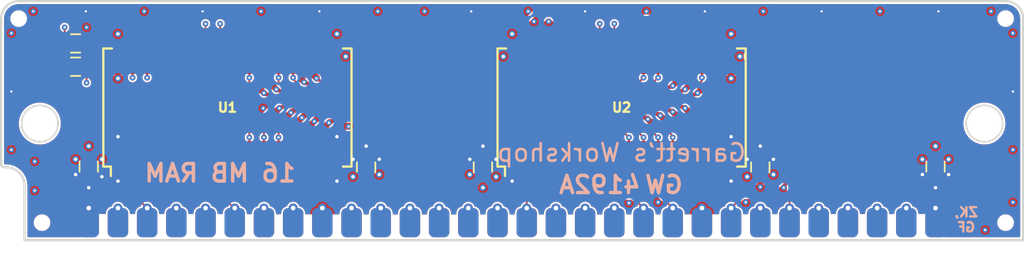
<source format=kicad_pcb>
(kicad_pcb (version 20171130) (host pcbnew "(5.1.10-1-10_14)")
  (title_block (title GW4192A) (date 2021-06-19) (rev 1.0-SOJ) (company "Garrett's Workshop"))
  (layers (0 F.Cu signal) (1 In1.Cu power) (2 In2.Cu signal) (31 B.Cu power) (34 B.Paste user) (35 F.Paste user) (36 B.SilkS user) (37 F.SilkS user) (38 B.Mask user) (39 F.Mask user) (44 Edge.Cuts user))
  (net 0 "")
  (net 1 +5V)
  (net 2 /D0)
  (net 3 /D1)
  (net 4 /~WE~)
  (net 5 /~RAS~)
  (net 6 /~CAS~)
  (net 7 /D2)
  (net 8 /D3)
  (net 9 GND)
  (net 10 /D4)
  (net 11 /D5)
  (net 12 /D6)
  (net 13 /D7)
  (net 14 /QP)
  (net 15 /~CASP~)
  (net 16 /DP)
  (net 17 /1A0)
  (net 18 /1A1)
  (net 19 /1A2)
  (net 20 /1A3)
  (net 21 /1A4)
  (net 22 /1A5)
  (net 23 /1A6)
  (net 24 /1A7)
  (net 25 /1A8)
  (net 26 /1A10)
  (net 27 /1A9)
  (net 28 "Net-(U1-Pad27)")
  (net 29 "Net-(U1-Pad24)")
  (net 30 /1A11)
  (net 31 "Net-(U2-Pad27)")
  (net 32 "Net-(U2-Pad24)")
  (net 33 /~OE~)
  (net 34 "Net-(U1-Pad29)")
  (net 35 "Net-(U1-Pad28)")
  (net 36 "Net-(U1-Pad7)")
  (net 37 "Net-(U1-Pad6)")
  (net 38 "Net-(U1-Pad5)")
  (net 39 "Net-(U1-Pad4)")
  (net 40 "Net-(U2-Pad4)")
  (net 41 "Net-(U2-Pad5)")
  (net 42 "Net-(U2-Pad6)")
  (net 43 "Net-(U2-Pad7)")
  (net 44 "Net-(U2-Pad28)")
  (net 45 "Net-(U2-Pad29)")
  (module stdpads:SIMM-30_Edge (layer F.Cu) (at 120.65 99.822)
    (fp_text reference J1)
    (fp_text value DRAM-SIMM-30)
    (pad 1 smd roundrect (at -36.83 0.254) (size 1.778 2.54) (layers B.Cu B.Mask) (net 1 +5V))
    (pad 1 smd roundrect (at -36.83 0.254) (size 1.778 2.54) (layers F.Cu F.Mask) (net 1 +5V))
    (pad 2 smd roundrect (at -34.29 0.254) (size 1.778 2.54) (layers B.Cu B.Mask) (net 6 /~CAS~))
    (pad 3 smd roundrect (at -31.75 0.254) (size 1.778 2.54) (layers B.Cu B.Mask) (net 2 /D0))
    (pad 4 smd roundrect (at -29.21 0.254) (size 1.778 2.54) (layers B.Cu B.Mask) (net 17 /1A0))
    (pad 5 smd roundrect (at -26.67 0.254) (size 1.778 2.54) (layers B.Cu B.Mask) (net 18 /1A1))
    (pad 6 smd roundrect (at -24.13 0.254) (size 1.778 2.54) (layers B.Cu B.Mask) (net 3 /D1))
    (pad 7 smd roundrect (at -21.59 0.254) (size 1.778 2.54) (layers B.Cu B.Mask) (net 19 /1A2))
    (pad 8 smd roundrect (at -19.05 0.254) (size 1.778 2.54) (layers B.Cu B.Mask) (net 30 /1A11))
    (pad 9 smd roundrect (at -16.51 0.254) (size 1.778 2.54) (layers B.Cu B.Mask) (net 9 GND))
    (pad 10 smd roundrect (at -13.97 0.254) (size 1.778 2.54) (layers B.Cu B.Mask) (net 7 /D2))
    (pad 11 smd roundrect (at -11.43 0.254) (size 1.778 2.54) (layers B.Cu B.Mask) (net 27 /1A9))
    (pad 12 smd roundrect (at -8.89 0.254) (size 1.778 2.54) (layers B.Cu B.Mask) (net 25 /1A8))
    (pad 13 smd roundrect (at -6.35 0.254) (size 1.778 2.54) (layers B.Cu B.Mask) (net 8 /D3))
    (pad 14 smd roundrect (at -3.81 0.254) (size 1.778 2.54) (layers B.Cu B.Mask) (net 23 /1A6))
    (pad 15 smd roundrect (at -1.27 0.254) (size 1.778 2.54) (layers B.Cu B.Mask) (net 24 /1A7))
    (pad 16 smd roundrect (at 1.27 0.254) (size 1.778 2.54) (layers B.Cu B.Mask) (net 10 /D4))
    (pad 17 smd roundrect (at 3.81 0.254) (size 1.778 2.54) (layers B.Cu B.Mask) (net 26 /1A10))
    (pad 18 smd roundrect (at 6.35 0.254) (size 1.778 2.54) (layers B.Cu B.Mask) (net 22 /1A5))
    (pad 19 smd roundrect (at 8.89 0.254) (size 1.778 2.54) (layers B.Cu B.Mask) (net 21 /1A4))
    (pad 20 smd roundrect (at 11.43 0.254) (size 1.778 2.54) (layers B.Cu B.Mask) (net 11 /D5))
    (pad 21 smd roundrect (at 13.97 0.254) (size 1.778 2.54) (layers B.Cu B.Mask) (net 4 /~WE~))
    (pad 22 smd roundrect (at 16.51 0.254) (size 1.778 2.54) (layers B.Cu B.Mask) (net 9 GND))
    (pad 23 smd roundrect (at 19.05 0.254) (size 1.778 2.54) (layers B.Cu B.Mask) (net 12 /D6))
    (pad 24 smd roundrect (at 21.59 0.254) (size 1.778 2.54) (layers B.Cu B.Mask) (net 20 /1A3))
    (pad 25 smd roundrect (at 24.13 0.254) (size 1.778 2.54) (layers B.Cu B.Mask) (net 13 /D7))
    (pad 26 smd roundrect (at 26.67 0.254) (size 1.778 2.54) (layers B.Cu B.Mask) (net 14 /QP))
    (pad 27 smd roundrect (at 29.21 0.254) (size 1.778 2.54) (layers B.Cu B.Mask) (net 5 /~RAS~))
    (pad 28 smd roundrect (at 31.75 0.254) (size 1.778 2.54) (layers B.Cu B.Mask) (net 15 /~CASP~))
    (pad 29 smd roundrect (at 34.29 0.254) (size 1.778 2.54) (layers B.Cu B.Mask) (net 16 /DP))
    (pad 30 smd roundrect (at 36.83 0.254) (size 1.778 2.54) (layers B.Cu B.Mask) (net 1 +5V))
    (pad 2 smd roundrect (at -34.29 0.254) (size 1.778 2.54) (layers F.Cu F.Mask) (net 6 /~CAS~))
    (pad 3 thru_hole circle (at -31.75 -1.016) (size 0.8 0.8) (drill 0.4) (layers *.Cu *.Mask) (net 2 /D0))
    (pad 11 smd roundrect (at -11.43 0.254) (size 1.778 2.54) (layers F.Cu F.Mask) (net 27 /1A9))
    (pad 5 smd roundrect (at -26.67 0.254) (size 1.778 2.54) (layers F.Cu F.Mask) (net 18 /1A1))
    (pad 12 smd roundrect (at -8.89 0.254) (size 1.778 2.54) (layers F.Cu F.Mask) (net 25 /1A8))
    (pad 26 smd roundrect (at 26.67 0.254) (size 1.778 2.54) (layers F.Cu F.Mask) (net 14 /QP))
    (pad 13 smd roundrect (at -6.35 0.254) (size 1.778 2.54) (layers F.Cu F.Mask) (net 8 /D3))
    (pad 14 smd roundrect (at -3.81 0.254) (size 1.778 2.54) (layers F.Cu F.Mask) (net 23 /1A6))
    (pad 4 smd roundrect (at -29.21 0.254) (size 1.778 2.54) (layers F.Cu F.Mask) (net 17 /1A0))
    (pad 29 smd roundrect (at 34.29 0.254) (size 1.778 2.54) (layers F.Cu F.Mask) (net 16 /DP))
    (pad 3 smd roundrect (at -31.75 0.254) (size 1.778 2.54) (layers F.Cu F.Mask) (net 2 /D0))
    (pad 24 smd roundrect (at 21.59 0.254) (size 1.778 2.54) (layers F.Cu F.Mask) (net 20 /1A3))
    (pad 16 smd roundrect (at 1.27 0.254) (size 1.778 2.54) (layers F.Cu F.Mask) (net 10 /D4))
    (pad 20 smd roundrect (at 11.43 0.254) (size 1.778 2.54) (layers F.Cu F.Mask) (net 11 /D5))
    (pad 23 smd roundrect (at 19.05 0.254) (size 1.778 2.54) (layers F.Cu F.Mask) (net 12 /D6))
    (pad 9 smd roundrect (at -16.51 0.254) (size 1.778 2.54) (layers F.Cu F.Mask) (net 9 GND))
    (pad 18 smd roundrect (at 6.35 0.254) (size 1.778 2.54) (layers F.Cu F.Mask) (net 22 /1A5))
    (pad 21 smd roundrect (at 13.97 0.254) (size 1.778 2.54) (layers F.Cu F.Mask) (net 4 /~WE~))
    (pad 19 smd roundrect (at 8.89 0.254) (size 1.778 2.54) (layers F.Cu F.Mask) (net 21 /1A4))
    (pad 10 smd roundrect (at -13.97 0.254) (size 1.778 2.54) (layers F.Cu F.Mask) (net 7 /D2))
    (pad 22 smd roundrect (at 16.51 0.254) (size 1.778 2.54) (layers F.Cu F.Mask) (net 9 GND))
    (pad 6 smd roundrect (at -24.13 0.254) (size 1.778 2.54) (layers F.Cu F.Mask) (net 3 /D1))
    (pad 17 smd roundrect (at 3.81 0.254) (size 1.778 2.54) (layers F.Cu F.Mask) (net 26 /1A10))
    (pad 7 smd roundrect (at -21.59 0.254) (size 1.778 2.54) (layers F.Cu F.Mask) (net 19 /1A2))
    (pad 8 smd roundrect (at -19.05 0.254) (size 1.778 2.54) (layers F.Cu F.Mask) (net 30 /1A11))
    (pad 27 smd roundrect (at 29.21 0.254) (size 1.778 2.54) (layers F.Cu F.Mask) (net 5 /~RAS~))
    (pad 28 smd roundrect (at 31.75 0.254) (size 1.778 2.54) (layers F.Cu F.Mask) (net 15 /~CASP~))
    (pad 30 smd roundrect (at 36.83 0.254) (size 1.778 2.54) (layers F.Cu F.Mask) (net 1 +5V))
    (pad 15 smd roundrect (at -1.27 0.254) (size 1.778 2.54) (layers F.Cu F.Mask) (net 24 /1A7))
    (pad 25 smd roundrect (at 24.13 0.254) (size 1.778 2.54) (layers F.Cu F.Mask) (net 13 /D7))
    (pad 2 thru_hole circle (at -34.29 -1.016) (size 0.8 0.8) (drill 0.4) (layers *.Cu *.Mask) (net 6 /~CAS~))
    (pad 1 thru_hole circle (at -36.83 -1.016) (size 0.8 0.8) (drill 0.4) (layers *.Cu *.Mask) (net 1 +5V))
    (pad 5 thru_hole circle (at -26.67 -1.016) (size 0.8 0.8) (drill 0.4) (layers *.Cu *.Mask) (net 18 /1A1))
    (pad 4 thru_hole circle (at -29.21 -1.016) (size 0.8 0.8) (drill 0.4) (layers *.Cu *.Mask) (net 17 /1A0))
    (pad 6 thru_hole circle (at -24.13 -1.016) (size 0.8 0.8) (drill 0.4) (layers *.Cu *.Mask) (net 3 /D1))
    (pad 7 thru_hole circle (at -21.59 -1.016) (size 0.8 0.8) (drill 0.4) (layers *.Cu *.Mask) (net 19 /1A2))
    (pad 9 thru_hole circle (at -16.51 -1.016) (size 0.8 0.8) (drill 0.4) (layers *.Cu *.Mask) (net 9 GND))
    (pad 8 thru_hole circle (at -19.05 -1.016) (size 0.8 0.8) (drill 0.4) (layers *.Cu *.Mask) (net 30 /1A11))
    (pad 11 thru_hole circle (at -11.43 -1.016) (size 0.8 0.8) (drill 0.4) (layers *.Cu *.Mask) (net 27 /1A9))
    (pad 10 thru_hole circle (at -13.97 -1.016) (size 0.8 0.8) (drill 0.4) (layers *.Cu *.Mask) (net 7 /D2))
    (pad 12 thru_hole circle (at -8.89 -1.016) (size 0.8 0.8) (drill 0.4) (layers *.Cu *.Mask) (net 25 /1A8))
    (pad 14 thru_hole circle (at -3.81 -1.016) (size 0.8 0.8) (drill 0.4) (layers *.Cu *.Mask) (net 23 /1A6))
    (pad 13 thru_hole circle (at -6.35 -1.016) (size 0.8 0.8) (drill 0.4) (layers *.Cu *.Mask) (net 8 /D3))
    (pad 15 thru_hole circle (at -1.27 -1.016) (size 0.8 0.8) (drill 0.4) (layers *.Cu *.Mask) (net 24 /1A7))
    (pad 17 thru_hole circle (at 3.81 -1.016) (size 0.8 0.8) (drill 0.4) (layers *.Cu *.Mask) (net 26 /1A10))
    (pad 16 thru_hole circle (at 1.27 -1.016) (size 0.8 0.8) (drill 0.4) (layers *.Cu *.Mask) (net 10 /D4))
    (pad 18 thru_hole circle (at 6.35 -1.016) (size 0.8 0.8) (drill 0.4) (layers *.Cu *.Mask) (net 22 /1A5))
    (pad 27 thru_hole circle (at 29.21 -1.016) (size 0.8 0.8) (drill 0.4) (layers *.Cu *.Mask) (net 5 /~RAS~))
    (pad 26 thru_hole circle (at 26.67 -1.016) (size 0.8 0.8) (drill 0.4) (layers *.Cu *.Mask) (net 14 /QP))
    (pad 28 thru_hole circle (at 31.75 -1.016) (size 0.8 0.8) (drill 0.4) (layers *.Cu *.Mask) (net 15 /~CASP~))
    (pad 21 thru_hole circle (at 13.97 -1.016) (size 0.8 0.8) (drill 0.4) (layers *.Cu *.Mask) (net 4 /~WE~))
    (pad 20 thru_hole circle (at 11.43 -1.016) (size 0.8 0.8) (drill 0.4) (layers *.Cu *.Mask) (net 11 /D5))
    (pad 22 thru_hole circle (at 16.51 -1.016) (size 0.8 0.8) (drill 0.4) (layers *.Cu *.Mask) (net 9 GND))
    (pad 24 thru_hole circle (at 21.59 -1.016) (size 0.8 0.8) (drill 0.4) (layers *.Cu *.Mask) (net 20 /1A3))
    (pad 23 thru_hole circle (at 19.05 -1.016) (size 0.8 0.8) (drill 0.4) (layers *.Cu *.Mask) (net 12 /D6))
    (pad 25 thru_hole circle (at 24.13 -1.016) (size 0.8 0.8) (drill 0.4) (layers *.Cu *.Mask) (net 13 /D7))
    (pad 19 thru_hole circle (at 8.89 -1.016) (size 0.8 0.8) (drill 0.4) (layers *.Cu *.Mask) (net 21 /1A4))
    (pad 29 thru_hole circle (at 34.29 -1.016) (size 0.8 0.8) (drill 0.4) (layers *.Cu *.Mask) (net 16 /DP))
    (pad 30 thru_hole circle (at 36.83 -1.016) (size 0.8 0.8) (drill 0.4) (layers *.Cu *.Mask) (net 1 +5V))
  )
  (module stdpads:PasteHole_1.152mm_NPTH (layer F.Cu) (at 163.576 100.076)
    (fp_text reference H3)
    (fp_text value MountingHole hide)
    (pad "" np_thru_hole circle (at 0 0) (size 1.152 1.152) (drill 1.152) (layers *.Cu *.Mask))
  )
  (module stdpads:PasteHole_1.152mm_NPTH (layer F.Cu) (at 79.756 100.076)
    (fp_text reference H4)
    (fp_text value MountingHole hide)
    (pad "" np_thru_hole circle (at 0 0) (size 1.152 1.152) (drill 1.152) (layers *.Cu *.Mask))
  )
  (module stdpads:PasteHole_1.152mm_NPTH (layer F.Cu) (at 163.576 82.296)
    (fp_text reference H2)
    (fp_text value MountingHole hide)
    (pad "" np_thru_hole circle (at 0 0) (size 1.152 1.152) (drill 1.152) (layers *.Cu *.Mask))
  )
  (module stdpads:C_0805 (layer F.Cu) (at 118.11 95.2255 270)
    (fp_text reference C3)
    (fp_text value 2u2)
    (pad 2 smd roundrect (at 0.85 0 270) (size 1.05 1.4) (layers F.Cu F.Paste F.Mask) (net 9 GND))
    (pad 1 smd roundrect (at -0.85 0 270) (size 1.05 1.4) (layers F.Cu F.Paste F.Mask) (net 1 +5V))
  )
  (module stdpads:C_0805 (layer F.Cu) (at 107.95 95.2255 270)
    (fp_text reference C2)
    (fp_text value 2u2)
    (pad 1 smd roundrect (at -0.85 0 270) (size 1.05 1.4) (layers F.Cu F.Paste F.Mask) (net 1 +5V))
    (pad 2 smd roundrect (at 0.85 0 270) (size 1.05 1.4) (layers F.Cu F.Paste F.Mask) (net 9 GND))
  )
  (module stdpads:C_0805 (layer F.Cu) (at 142.24 95.2255 270)
    (fp_text reference C4)
    (fp_text value 2u2)
    (pad 1 smd roundrect (at -0.85 0 270) (size 1.05 1.4) (layers F.Cu F.Paste F.Mask) (net 1 +5V))
    (pad 2 smd roundrect (at 0.85 0 270) (size 1.05 1.4) (layers F.Cu F.Paste F.Mask) (net 9 GND))
  )
  (module stdpads:C_0805 (layer F.Cu) (at 83.82 95.2255 90)
    (fp_text reference C1)
    (fp_text value 2u2)
    (pad 2 smd roundrect (at 0.85 0 90) (size 1.05 1.4) (layers F.Cu F.Paste F.Mask) (net 9 GND))
    (pad 1 smd roundrect (at -0.85 0 90) (size 1.05 1.4) (layers F.Cu F.Paste F.Mask) (net 1 +5V))
  )
  (module stdpads:C_0805 (layer F.Cu) (at 157.48 95.2255 90)
    (fp_text reference C5)
    (fp_text value 2u2)
    (pad 1 smd roundrect (at -0.85 0 90) (size 1.05 1.4) (layers F.Cu F.Paste F.Mask) (net 1 +5V))
    (pad 2 smd roundrect (at 0.85 0 90) (size 1.05 1.4) (layers F.Cu F.Paste F.Mask) (net 9 GND))
  )
  (module stdpads:R_0805 (layer F.Cu) (at 82.677 86.487 180)
    (fp_text reference R1)
    (fp_text value EDO)
    (pad 2 smd roundrect (at 0.95 0 180) (size 0.85 1.4) (layers F.Cu F.Paste F.Mask) (net 33 /~OE~))
    (pad 1 smd roundrect (at -0.95 0 180) (size 0.85 1.4) (layers F.Cu F.Paste F.Mask) (net 6 /~CAS~))
  )
  (module stdpads:R_0805 (layer F.Cu) (at 82.677 84.455)
    (fp_text reference R2)
    (fp_text value FPM)
    (pad 1 smd roundrect (at -0.95 0) (size 0.85 1.4) (layers F.Cu F.Paste F.Mask) (net 33 /~OE~))
    (pad 2 smd roundrect (at 0.95 0) (size 0.85 1.4) (layers F.Cu F.Paste F.Mask) (net 9 GND))
  )
  (module stdpads:PasteHole_1.152mm_NPTH (layer F.Cu) (at 77.724 82.296)
    (fp_text reference H1)
    (fp_text value MountingHole hide)
    (pad "" np_thru_hole circle (at 0 0) (size 1.152 1.152) (drill 1.152) (layers *.Cu *.Mask))
  )
  (module stdpads:SOJ-32_400mil (layer F.Cu) (at 95.885 90.043 90)
    (fp_text reference U1)
    (fp_text value KM44C16104)
    (fp_text user %R (at 0 0) (layer F.SilkS) (effects (font (size 0.8128 0.8128) (thickness 0.2032))))
    (pad 32 smd roundrect (at 4.445 -9.525 90) (size 3.048 0.6) (layers F.Cu F.Paste F.Mask) (net 9 GND))
    (pad 31 smd roundrect (at 4.445 -8.255 90) (size 3.048 0.6) (layers F.Cu F.Paste F.Mask) (net 8 /D3))
    (pad 30 smd roundrect (at 4.445 -6.985 90) (size 3.048 0.6) (layers F.Cu F.Paste F.Mask) (net 7 /D2))
    (pad 29 smd roundrect (at 4.445 -5.715 90) (size 3.048 0.6) (layers F.Cu F.Paste F.Mask) (net 34 "Net-(U1-Pad29)"))
    (pad 20 smd roundrect (at 4.445 5.715 270) (size 3.048 0.6) (layers F.Cu F.Paste F.Mask) (net 25 /1A8))
    (pad 19 smd roundrect (at 4.445 6.985 270) (size 3.048 0.6) (layers F.Cu F.Paste F.Mask) (net 24 /1A7))
    (pad 18 smd roundrect (at 4.445 8.255 270) (size 3.048 0.6) (layers F.Cu F.Paste F.Mask) (net 23 /1A6))
    (pad 17 smd roundrect (at 4.445 9.525 270) (size 3.048 0.6) (layers F.Cu F.Paste F.Mask) (net 9 GND))
    (pad 16 smd roundrect (at -4.445 9.525 90) (size 3.048 0.6) (layers F.Cu F.Paste F.Mask) (net 1 +5V))
    (pad 15 smd roundrect (at -4.445 8.255 90) (size 3.048 0.6) (layers F.Cu F.Paste F.Mask) (net 22 /1A5))
    (pad 7 smd roundrect (at -4.445 -1.905 90) (size 3.048 0.6) (layers F.Cu F.Paste F.Mask) (net 36 "Net-(U1-Pad7)"))
    (pad 26 smd roundrect (at 4.445 -1.905 90) (size 3.048 0.6) (layers F.Cu F.Paste F.Mask) (net 6 /~CAS~))
    (pad 25 smd roundrect (at 4.445 -0.635 90) (size 3.048 0.6) (layers F.Cu F.Paste F.Mask) (net 33 /~OE~))
    (pad 24 smd roundrect (at 4.445 0.635 90) (size 3.048 0.6) (layers F.Cu F.Paste F.Mask) (net 29 "Net-(U1-Pad24)"))
    (pad 23 smd roundrect (at 4.445 1.905 90) (size 3.048 0.6) (layers F.Cu F.Paste F.Mask) (net 30 /1A11))
    (pad 22 smd roundrect (at 4.445 3.175 90) (size 3.048 0.6) (layers F.Cu F.Paste F.Mask) (net 26 /1A10))
    (pad 13 smd roundrect (at -4.445 5.715 90) (size 3.048 0.6) (layers F.Cu F.Paste F.Mask) (net 20 /1A3))
    (pad 12 smd roundrect (at -4.445 4.445 90) (size 3.048 0.6) (layers F.Cu F.Paste F.Mask) (net 19 /1A2))
    (pad 11 smd roundrect (at -4.445 3.175 90) (size 3.048 0.6) (layers F.Cu F.Paste F.Mask) (net 18 /1A1))
    (pad 10 smd roundrect (at -4.445 1.905 90) (size 3.048 0.6) (layers F.Cu F.Paste F.Mask) (net 17 /1A0))
    (pad 9 smd roundrect (at -4.445 0.635 90) (size 3.048 0.6) (layers F.Cu F.Paste F.Mask) (net 5 /~RAS~))
    (pad 5 smd roundrect (at -4.445 -4.445 90) (size 3.048 0.6) (layers F.Cu F.Paste F.Mask) (net 38 "Net-(U1-Pad5)"))
    (pad 4 smd roundrect (at -4.445 -5.715 90) (size 3.048 0.6) (layers F.Cu F.Paste F.Mask) (net 39 "Net-(U1-Pad4)"))
    (pad 3 smd roundrect (at -4.445 -6.985 90) (size 3.048 0.6) (layers F.Cu F.Paste F.Mask) (net 3 /D1))
    (pad 2 smd roundrect (at -4.445 -8.255 90) (size 3.048 0.6) (layers F.Cu F.Paste F.Mask) (net 2 /D0))
    (pad 1 smd roundrect (at -4.445 -9.525 90) (size 3.048 0.6) (layers F.Cu F.Paste F.Mask) (net 1 +5V))
    (pad 21 smd roundrect (at 4.445 4.445 90) (size 3.048 0.6) (layers F.Cu F.Paste F.Mask) (net 27 /1A9))
    (pad 6 smd roundrect (at -4.445 -3.175 90) (size 3.048 0.6) (layers F.Cu F.Paste F.Mask) (net 37 "Net-(U1-Pad6)"))
    (pad 8 smd roundrect (at -4.445 -0.635 90) (size 3.048 0.6) (layers F.Cu F.Paste F.Mask) (net 4 /~WE~))
    (pad 14 smd roundrect (at -4.445 6.985 90) (size 3.048 0.6) (layers F.Cu F.Paste F.Mask) (net 21 /1A4))
    (pad 27 smd roundrect (at 4.445 -3.175 90) (size 3.048 0.6) (layers F.Cu F.Paste F.Mask) (net 28 "Net-(U1-Pad27)"))
    (pad 28 smd roundrect (at 4.445 -4.445 90) (size 3.048 0.6) (layers F.Cu F.Paste F.Mask) (net 35 "Net-(U1-Pad28)"))
  )
  (module stdpads:SOJ-32_400mil (layer F.Cu) (at 130.175 90.043 90)
    (fp_text reference U2)
    (fp_text value KM44C16104)
    (fp_text user %R (at 0 0) (layer F.SilkS) (effects (font (size 0.8128 0.8128) (thickness 0.2032))))
    (pad 28 smd roundrect (at 4.445 -4.445 90) (size 3.048 0.6) (layers F.Cu F.Paste F.Mask) (net 44 "Net-(U2-Pad28)"))
    (pad 27 smd roundrect (at 4.445 -3.175 90) (size 3.048 0.6) (layers F.Cu F.Paste F.Mask) (net 31 "Net-(U2-Pad27)"))
    (pad 14 smd roundrect (at -4.445 6.985 90) (size 3.048 0.6) (layers F.Cu F.Paste F.Mask) (net 18 /1A1))
    (pad 8 smd roundrect (at -4.445 -0.635 90) (size 3.048 0.6) (layers F.Cu F.Paste F.Mask) (net 4 /~WE~))
    (pad 6 smd roundrect (at -4.445 -3.175 90) (size 3.048 0.6) (layers F.Cu F.Paste F.Mask) (net 42 "Net-(U2-Pad6)"))
    (pad 21 smd roundrect (at 4.445 4.445 90) (size 3.048 0.6) (layers F.Cu F.Paste F.Mask) (net 25 /1A8))
    (pad 1 smd roundrect (at -4.445 -9.525 90) (size 3.048 0.6) (layers F.Cu F.Paste F.Mask) (net 1 +5V))
    (pad 2 smd roundrect (at -4.445 -8.255 90) (size 3.048 0.6) (layers F.Cu F.Paste F.Mask) (net 10 /D4))
    (pad 3 smd roundrect (at -4.445 -6.985 90) (size 3.048 0.6) (layers F.Cu F.Paste F.Mask) (net 11 /D5))
    (pad 4 smd roundrect (at -4.445 -5.715 90) (size 3.048 0.6) (layers F.Cu F.Paste F.Mask) (net 40 "Net-(U2-Pad4)"))
    (pad 5 smd roundrect (at -4.445 -4.445 90) (size 3.048 0.6) (layers F.Cu F.Paste F.Mask) (net 41 "Net-(U2-Pad5)"))
    (pad 9 smd roundrect (at -4.445 0.635 90) (size 3.048 0.6) (layers F.Cu F.Paste F.Mask) (net 5 /~RAS~))
    (pad 10 smd roundrect (at -4.445 1.905 90) (size 3.048 0.6) (layers F.Cu F.Paste F.Mask) (net 22 /1A5))
    (pad 11 smd roundrect (at -4.445 3.175 90) (size 3.048 0.6) (layers F.Cu F.Paste F.Mask) (net 21 /1A4))
    (pad 12 smd roundrect (at -4.445 4.445 90) (size 3.048 0.6) (layers F.Cu F.Paste F.Mask) (net 20 /1A3))
    (pad 13 smd roundrect (at -4.445 5.715 90) (size 3.048 0.6) (layers F.Cu F.Paste F.Mask) (net 19 /1A2))
    (pad 22 smd roundrect (at 4.445 3.175 90) (size 3.048 0.6) (layers F.Cu F.Paste F.Mask) (net 24 /1A7))
    (pad 23 smd roundrect (at 4.445 1.905 90) (size 3.048 0.6) (layers F.Cu F.Paste F.Mask) (net 23 /1A6))
    (pad 24 smd roundrect (at 4.445 0.635 90) (size 3.048 0.6) (layers F.Cu F.Paste F.Mask) (net 32 "Net-(U2-Pad24)"))
    (pad 25 smd roundrect (at 4.445 -0.635 90) (size 3.048 0.6) (layers F.Cu F.Paste F.Mask) (net 33 /~OE~))
    (pad 26 smd roundrect (at 4.445 -1.905 90) (size 3.048 0.6) (layers F.Cu F.Paste F.Mask) (net 6 /~CAS~))
    (pad 7 smd roundrect (at -4.445 -1.905 90) (size 3.048 0.6) (layers F.Cu F.Paste F.Mask) (net 43 "Net-(U2-Pad7)"))
    (pad 15 smd roundrect (at -4.445 8.255 90) (size 3.048 0.6) (layers F.Cu F.Paste F.Mask) (net 17 /1A0))
    (pad 16 smd roundrect (at -4.445 9.525 90) (size 3.048 0.6) (layers F.Cu F.Paste F.Mask) (net 1 +5V))
    (pad 17 smd roundrect (at 4.445 9.525 270) (size 3.048 0.6) (layers F.Cu F.Paste F.Mask) (net 9 GND))
    (pad 18 smd roundrect (at 4.445 8.255 270) (size 3.048 0.6) (layers F.Cu F.Paste F.Mask) (net 30 /1A11))
    (pad 19 smd roundrect (at 4.445 6.985 270) (size 3.048 0.6) (layers F.Cu F.Paste F.Mask) (net 26 /1A10))
    (pad 20 smd roundrect (at 4.445 5.715 270) (size 3.048 0.6) (layers F.Cu F.Paste F.Mask) (net 27 /1A9))
    (pad 29 smd roundrect (at 4.445 -5.715 90) (size 3.048 0.6) (layers F.Cu F.Paste F.Mask) (net 45 "Net-(U2-Pad29)"))
    (pad 30 smd roundrect (at 4.445 -6.985 90) (size 3.048 0.6) (layers F.Cu F.Paste F.Mask) (net 12 /D6))
    (pad 31 smd roundrect (at 4.445 -8.255 90) (size 3.048 0.6) (layers F.Cu F.Paste F.Mask) (net 13 /D7))
    (pad 32 smd roundrect (at 4.445 -9.525 90) (size 3.048 0.6) (layers F.Cu F.Paste F.Mask) (net 9 GND))
  )
  (gr_text "ZK,\nGF" (at 160.147 99.822) (layer B.SilkS) (effects (font (size 0.8128 0.8128) (thickness 0.2032)) (justify mirror)))
  (gr_arc (start 76.6445 96.8375) (end 78.232 96.8375) (angle -90) (layer Edge.Cuts) (width 0.2))
  (gr_line (start 78.232 101.6) (end 78.232 96.8375) (layer Edge.Cuts) (width 0.2))
  (gr_line (start 76.6445 95.25) (end 76.454 95.25) (layer Edge.Cuts) (width 0.2))
  (gr_arc (start 76.454 94.996) (end 76.2 94.996) (angle -90) (layer Edge.Cuts) (width 0.2))
  (gr_text "16 MB RAM" (at 95.25 95.758) (layer B.SilkS) (effects (font (size 1.524 1.524) (thickness 0.3)) (justify mirror)))
  (gr_text "Garrett’s Workshop" (at 130.175 93.98) (layer B.SilkS) (effects (font (size 1.524 1.524) (thickness 0.225)) (justify mirror)))
  (gr_text 4192A (at 128.27 96.774) (layer B.SilkS) (effects (font (size 1.5 1.5) (thickness 0.3)) (justify mirror)))
  (gr_text GW (at 133.858 96.774) (layer B.SilkS) (effects (font (size 1.5 1.5) (thickness 0.3)) (justify mirror)))
  (gr_arc (start 77.724 82.296) (end 77.724 80.772) (angle -90) (layer Edge.Cuts) (width 0.2))
  (gr_arc (start 163.576 82.296) (end 165.1 82.296) (angle -90) (layer Edge.Cuts) (width 0.2))
  (gr_circle (center 79.5655 91.44) (end 77.978 91.44) (layer Edge.Cuts) (width 0.15))
  (gr_circle (center 161.7345 91.44) (end 163.322 91.44) (layer Edge.Cuts) (width 0.15))
  (gr_line (start 76.2 94.996) (end 76.2 82.296) (layer Edge.Cuts) (width 0.2))
  (gr_line (start 165.1 82.296) (end 165.1 101.6) (layer Edge.Cuts) (width 0.2))
  (gr_line (start 77.724 80.772) (end 163.576 80.772) (layer Edge.Cuts) (width 0.2))
  (gr_line (start 165.1 101.6) (end 78.232 101.6) (layer Edge.Cuts) (width 0.2))
  (via (at 83.82 97.028) (size 0.6) (drill 0.3) (layers F.Cu B.Cu) (net 1))
  (segment (start 83.82 96.0755) (end 83.82 97.028) (width 0.6) (layer F.Cu) (net 1))
  (via (at 82.677 95.885) (size 0.6) (drill 0.3) (layers F.Cu B.Cu) (net 1))
  (segment (start 82.8675 96.0755) (end 82.677 95.885) (width 0.6) (layer F.Cu) (net 1))
  (segment (start 83.82 96.0755) (end 82.8675 96.0755) (width 0.6) (layer F.Cu) (net 1))
  (via (at 156.337 95.885) (size 0.6) (drill 0.3) (layers F.Cu B.Cu) (net 1))
  (segment (start 156.5275 96.0755) (end 156.337 95.885) (width 0.6) (layer F.Cu) (net 1))
  (segment (start 157.48 96.0755) (end 156.5275 96.0755) (width 0.6) (layer F.Cu) (net 1))
  (via (at 158.623 95.885) (size 0.6) (drill 0.3) (layers F.Cu B.Cu) (net 1))
  (segment (start 158.4325 96.0755) (end 158.623 95.885) (width 0.6) (layer F.Cu) (net 1))
  (segment (start 157.48 96.0755) (end 158.4325 96.0755) (width 0.6) (layer F.Cu) (net 1))
  (via (at 157.48 97.028) (size 0.6) (drill 0.3) (layers F.Cu B.Cu) (net 1))
  (segment (start 157.48 96.0755) (end 157.48 97.028) (width 0.6) (layer F.Cu) (net 1))
  (segment (start 83.82 97.028) (end 83.82 98.806) (width 0.6) (layer F.Cu) (net 1))
  (via (at 77.089 88.646) (size 0.508) (drill 0.2) (layers F.Cu B.Cu) (net 1))
  (via (at 164.211 88.646) (size 0.508) (drill 0.2) (layers F.Cu B.Cu) (net 1))
  (via (at 157.734 81.661) (size 0.508) (drill 0.2) (layers F.Cu B.Cu) (net 1))
  (via (at 147.574 81.661) (size 0.508) (drill 0.2) (layers F.Cu B.Cu) (net 1))
  (via (at 137.414 81.661) (size 0.508) (drill 0.2) (layers F.Cu B.Cu) (net 1))
  (via (at 127 81.661) (size 0.508) (drill 0.2) (layers F.Cu B.Cu) (net 1))
  (via (at 117.094 81.661) (size 0.508) (drill 0.2) (layers F.Cu B.Cu) (net 1))
  (via (at 83.566 81.661) (size 0.508) (drill 0.2) (layers F.Cu B.Cu) (net 1))
  (via (at 93.726 81.661) (size 0.508) (drill 0.2) (layers F.Cu B.Cu) (net 1))
  (via (at 103.886 81.661) (size 0.508) (drill 0.2) (layers F.Cu B.Cu) (net 1))
  (via (at 105.41 96.4565) (size 0.6) (drill 0.3) (layers F.Cu B.Cu) (net 1))
  (segment (start 105.41 94.513) (end 105.41 96.4565) (width 0.6) (layer F.Cu) (net 1))
  (via (at 86.36 92.583) (size 0.6) (drill 0.3) (layers F.Cu B.Cu) (net 1))
  (segment (start 86.36 94.513) (end 86.36 92.583) (width 0.6) (layer F.Cu) (net 1))
  (via (at 86.36 96.4565) (size 0.6) (drill 0.3) (layers F.Cu B.Cu) (net 1))
  (segment (start 86.36 94.513) (end 86.36 96.4565) (width 0.6) (layer F.Cu) (net 1))
  (via (at 105.41 92.583) (size 0.6) (drill 0.3) (layers F.Cu B.Cu) (net 1))
  (segment (start 105.41 94.513) (end 105.41 92.583) (width 0.6) (layer F.Cu) (net 1))
  (via (at 120.65 96.4565) (size 0.6) (drill 0.3) (layers F.Cu B.Cu) (net 1))
  (segment (start 120.65 94.513) (end 120.65 96.4565) (width 0.6) (layer F.Cu) (net 1))
  (via (at 139.7 92.583) (size 0.6) (drill 0.3) (layers F.Cu B.Cu) (net 1))
  (segment (start 139.7 94.513) (end 139.7 92.583) (width 0.6) (layer F.Cu) (net 1))
  (via (at 139.7 96.4565) (size 0.6) (drill 0.3) (layers F.Cu B.Cu) (net 1))
  (segment (start 139.7 94.513) (end 139.7 96.4565) (width 0.6) (layer F.Cu) (net 1))
  (via (at 84.963 96.0755) (size 0.6) (drill 0.3) (layers F.Cu B.Cu) (net 1))
  (segment (start 83.82 96.0755) (end 84.963 96.0755) (width 0.6) (layer F.Cu) (net 1))
  (segment (start 85.344 96.4565) (end 84.963 96.0755) (width 0.6) (layer F.Cu) (net 1))
  (segment (start 86.36 96.4565) (end 85.344 96.4565) (width 0.6) (layer F.Cu) (net 1))
  (via (at 141.097 94.5515) (size 0.6) (drill 0.3) (layers F.Cu B.Cu) (net 1))
  (segment (start 141.273 94.3755) (end 141.097 94.5515) (width 0.6) (layer F.Cu) (net 1))
  (segment (start 142.24 94.3755) (end 141.273 94.3755) (width 0.6) (layer F.Cu) (net 1))
  (segment (start 143.207 94.3755) (end 143.383 94.5515) (width 0.6) (layer F.Cu) (net 1))
  (segment (start 142.24 94.3755) (end 143.207 94.3755) (width 0.6) (layer F.Cu) (net 1))
  (via (at 142.24 93.4085) (size 0.6) (drill 0.3) (layers F.Cu B.Cu) (net 1))
  (segment (start 142.24 94.3755) (end 142.24 93.4085) (width 0.6) (layer F.Cu) (net 1))
  (via (at 106.807 94.5515) (size 0.6) (drill 0.3) (layers F.Cu B.Cu) (net 1))
  (segment (start 106.983 94.3755) (end 106.807 94.5515) (width 0.6) (layer F.Cu) (net 1))
  (segment (start 107.95 94.3755) (end 106.983 94.3755) (width 0.6) (layer F.Cu) (net 1))
  (via (at 109.093 94.5515) (size 0.6) (drill 0.3) (layers F.Cu B.Cu) (net 1))
  (segment (start 108.917 94.3755) (end 109.093 94.5515) (width 0.6) (layer F.Cu) (net 1))
  (segment (start 107.95 94.3755) (end 108.917 94.3755) (width 0.6) (layer F.Cu) (net 1))
  (segment (start 119.077 94.3755) (end 119.253 94.5515) (width 0.6) (layer F.Cu) (net 1))
  (via (at 119.253 94.5515) (size 0.6) (drill 0.3) (layers F.Cu B.Cu) (net 1))
  (segment (start 118.11 94.3755) (end 119.077 94.3755) (width 0.6) (layer F.Cu) (net 1))
  (via (at 116.967 94.5515) (size 0.6) (drill 0.3) (layers F.Cu B.Cu) (net 1))
  (segment (start 118.11 94.3755) (end 117.143 94.3755) (width 0.6) (layer F.Cu) (net 1))
  (segment (start 117.143 94.3755) (end 116.967 94.5515) (width 0.6) (layer F.Cu) (net 1))
  (via (at 143.383 94.5515) (size 0.6) (drill 0.3) (layers F.Cu B.Cu) (net 1))
  (via (at 107.95 93.4085) (size 0.6) (drill 0.3) (layers F.Cu B.Cu) (net 1))
  (segment (start 107.95 94.3755) (end 107.95 93.4085) (width 0.6) (layer F.Cu) (net 1))
  (segment (start 105.4735 94.5515) (end 106.807 94.5515) (width 0.6) (layer F.Cu) (net 1))
  (segment (start 105.41 94.488) (end 105.4735 94.5515) (width 0.6) (layer F.Cu) (net 1))
  (via (at 118.11 93.4085) (size 0.6) (drill 0.3) (layers F.Cu B.Cu) (net 1))
  (segment (start 118.11 94.3755) (end 118.11 93.4085) (width 0.6) (layer F.Cu) (net 1))
  (segment (start 120.5865 94.5515) (end 120.65 94.488) (width 0.6) (layer F.Cu) (net 1))
  (segment (start 119.253 94.5515) (end 120.5865 94.5515) (width 0.6) (layer F.Cu) (net 1))
  (segment (start 139.7635 94.5515) (end 139.7 94.488) (width 0.6) (layer F.Cu) (net 1))
  (segment (start 141.097 94.5515) (end 139.7635 94.5515) (width 0.6) (layer F.Cu) (net 1))
  (segment (start 157.48 96.0755) (end 157.48 98.806) (width 0.8) (layer F.Cu) (net 1))
  (segment (start 88.9 100.076) (end 88.9 98.806) (width 0.1524) (layer F.Cu) (net 2))
  (segment (start 87.63 97.536) (end 88.9 98.806) (width 0.1524) (layer F.Cu) (net 2))
  (segment (start 87.63 94.513) (end 87.63 97.536) (width 0.1524) (layer F.Cu) (net 2))
  (segment (start 96.52 100.076) (end 96.52 98.552) (width 0.1524) (layer F.Cu) (net 3))
  (segment (start 96.4565 98.806) (end 96.52 98.806) (width 0.1524) (layer F.Cu) (net 3))
  (segment (start 95.3135 97.663) (end 96.4565 98.806) (width 0.1524) (layer F.Cu) (net 3))
  (segment (start 89.408 97.663) (end 95.3135 97.663) (width 0.1524) (layer F.Cu) (net 3))
  (segment (start 88.9 97.155) (end 89.408 97.663) (width 0.1524) (layer F.Cu) (net 3))
  (segment (start 88.9 94.513) (end 88.9 97.155) (width 0.1524) (layer F.Cu) (net 3))
  (segment (start 133.35 97.536) (end 134.62 98.806) (width 0.1524) (layer F.Cu) (net 4))
  (segment (start 129.921 97.536) (end 133.35 97.536) (width 0.1524) (layer F.Cu) (net 4))
  (segment (start 129.54 97.155) (end 129.921 97.536) (width 0.1524) (layer F.Cu) (net 4))
  (segment (start 129.54 92.837) (end 129.54 97.155) (width 0.1524) (layer F.Cu) (net 4))
  (segment (start 129.0955 92.3925) (end 129.54 92.837) (width 0.1524) (layer F.Cu) (net 4))
  (segment (start 113.95075 92.3925) (end 129.0955 92.3925) (width 0.1524) (layer F.Cu) (net 4))
  (segment (start 108.48975 97.8535) (end 113.95075 92.3925) (width 0.1524) (layer F.Cu) (net 4))
  (segment (start 95.9485 97.8535) (end 108.48975 97.8535) (width 0.1524) (layer F.Cu) (net 4))
  (segment (start 95.25 97.155) (end 95.9485 97.8535) (width 0.1524) (layer F.Cu) (net 4))
  (segment (start 95.25 94.513) (end 95.25 97.155) (width 0.1524) (layer F.Cu) (net 4))
  (via (at 130.81 92.6465) (size 0.508) (drill 0.2) (layers F.Cu B.Cu) (net 5))
  (segment (start 130.81 92.6465) (end 130.81 94.513) (width 0.1524) (layer F.Cu) (net 5))
  (segment (start 96.52 97.155) (end 96.52 94.513) (width 0.1524) (layer F.Cu) (net 5))
  (segment (start 96.901 97.536) (end 96.52 97.155) (width 0.1524) (layer F.Cu) (net 5))
  (segment (start 104.775 92.456) (end 104.775 97.409) (width 0.1524) (layer F.Cu) (net 5))
  (segment (start 105.2195 92.0115) (end 104.775 92.456) (width 0.1524) (layer F.Cu) (net 5))
  (segment (start 104.648 97.536) (end 96.901 97.536) (width 0.1524) (layer F.Cu) (net 5))
  (segment (start 104.775 97.409) (end 104.648 97.536) (width 0.1524) (layer F.Cu) (net 5))
  (segment (start 105.6005 92.0115) (end 105.2195 92.0115) (width 0.1524) (layer F.Cu) (net 5))
  (segment (start 107.1245 92.202) (end 105.791 92.202) (width 0.1524) (layer F.Cu) (net 5))
  (segment (start 129.921 91.7575) (end 107.569 91.7575) (width 0.1524) (layer F.Cu) (net 5))
  (segment (start 107.569 91.7575) (end 107.1245 92.202) (width 0.1524) (layer F.Cu) (net 5))
  (segment (start 105.791 92.202) (end 105.6005 92.0115) (width 0.1524) (layer F.Cu) (net 5))
  (segment (start 130.81 92.6465) (end 129.921 91.7575) (width 0.1524) (layer F.Cu) (net 5))
  (segment (start 83.627 87.8815) (end 83.627 86.487) (width 0.1524) (layer F.Cu) (net 6))
  (segment (start 83.6295 87.884) (end 83.627 87.8815) (width 0.1524) (layer F.Cu) (net 6))
  (via (at 83.6295 87.884) (size 0.508) (drill 0.2) (layers F.Cu B.Cu) (net 6))
  (via (at 128.27 82.7405) (size 0.508) (drill 0.2) (layers F.Cu B.Cu) (net 6))
  (via (at 93.98 82.7405) (size 0.508) (drill 0.2) (layers F.Cu B.Cu) (net 6))
  (segment (start 93.98 85.573) (end 93.98 82.7405) (width 0.1524) (layer F.Cu) (net 6))
  (segment (start 128.27 85.573) (end 128.27 82.7405) (width 0.1524) (layer F.Cu) (net 6))
  (via (at 88.9 87.4395) (size 0.508) (drill 0.2) (layers F.Cu B.Cu) (net 7))
  (segment (start 88.9 85.573) (end 88.9 87.4395) (width 0.1524) (layer F.Cu) (net 7))
  (via (at 87.63 87.4395) (size 0.508) (drill 0.2) (layers F.Cu B.Cu) (net 8))
  (segment (start 87.63 85.573) (end 87.63 87.4395) (width 0.1524) (layer F.Cu) (net 8))
  (segment (start 143.1925 96.0755) (end 143.383 95.885) (width 0.6) (layer F.Cu) (net 9))
  (via (at 143.383 95.885) (size 0.6) (drill 0.3) (layers F.Cu B.Cu) (net 9))
  (segment (start 142.24 96.0755) (end 143.1925 96.0755) (width 0.6) (layer F.Cu) (net 9))
  (via (at 109.093 95.885) (size 0.6) (drill 0.3) (layers F.Cu B.Cu) (net 9))
  (segment (start 107.95 96.0755) (end 108.9025 96.0755) (width 0.6) (layer F.Cu) (net 9))
  (segment (start 108.9025 96.0755) (end 109.093 95.885) (width 0.6) (layer F.Cu) (net 9))
  (segment (start 118.11 96.0755) (end 118.11 97.028) (width 0.6) (layer F.Cu) (net 9))
  (via (at 118.11 97.028) (size 0.6) (drill 0.3) (layers F.Cu B.Cu) (net 9))
  (via (at 116.967 95.885) (size 0.6) (drill 0.3) (layers F.Cu B.Cu) (net 9))
  (segment (start 118.11 96.0755) (end 117.1575 96.0755) (width 0.6) (layer F.Cu) (net 9))
  (segment (start 117.1575 96.0755) (end 116.967 95.885) (width 0.6) (layer F.Cu) (net 9))
  (via (at 106.807 96.0755) (size 0.6) (drill 0.3) (layers F.Cu B.Cu) (net 9))
  (segment (start 107.95 96.0755) (end 106.807 96.0755) (width 0.6) (layer F.Cu) (net 9))
  (via (at 119.253 96.0755) (size 0.6) (drill 0.3) (layers F.Cu B.Cu) (net 9))
  (segment (start 118.11 96.0755) (end 119.253 96.0755) (width 0.6) (layer F.Cu) (net 9))
  (via (at 141.097 96.0755) (size 0.6) (drill 0.3) (layers F.Cu B.Cu) (net 9))
  (segment (start 142.24 96.0755) (end 141.097 96.0755) (width 0.6) (layer F.Cu) (net 9))
  (via (at 142.24 96.9645) (size 0.508) (drill 0.2) (layers F.Cu B.Cu) (net 9))
  (segment (start 142.24 96.0755) (end 142.24 96.9645) (width 0.508) (layer F.Cu) (net 9))
  (via (at 132.461 91.059) (size 0.508) (drill 0.2) (layers F.Cu B.Cu) (net 9))
  (via (at 135.6995 88.4555) (size 0.508) (drill 0.2) (layers F.Cu B.Cu) (net 9))
  (via (at 134.62 90.424) (size 0.508) (drill 0.2) (layers F.Cu B.Cu) (net 9))
  (via (at 136.779 88.773) (size 0.508) (drill 0.2) (layers F.Cu B.Cu) (net 9))
  (via (at 133.5405 90.7415) (size 0.508) (drill 0.2) (layers F.Cu B.Cu) (net 9))
  (via (at 135.6995 90.1065) (size 0.508) (drill 0.2) (layers F.Cu B.Cu) (net 9))
  (via (at 134.62 88.138) (size 0.508) (drill 0.2) (layers F.Cu B.Cu) (net 9))
  (via (at 77.089 93.726) (size 0.508) (drill 0.2) (layers F.Cu B.Cu) (net 9))
  (via (at 77.089 83.566) (size 0.508) (drill 0.2) (layers F.Cu B.Cu) (net 9))
  (via (at 162.306 81.661) (size 0.508) (drill 0.2) (layers F.Cu B.Cu) (net 9))
  (via (at 164.211 98.298) (size 0.508) (drill 0.2) (layers F.Cu B.Cu) (net 9))
  (via (at 79.121 94.742) (size 0.508) (drill 0.2) (layers F.Cu B.Cu) (net 9))
  (via (at 82.677 94.5515) (size 0.6) (drill 0.3) (layers F.Cu B.Cu) (net 9))
  (segment (start 82.853 94.3755) (end 82.677 94.5515) (width 0.6) (layer F.Cu) (net 9))
  (segment (start 83.82 94.3755) (end 82.853 94.3755) (width 0.6) (layer F.Cu) (net 9))
  (via (at 84.963 94.5515) (size 0.6) (drill 0.3) (layers F.Cu B.Cu) (net 9))
  (segment (start 84.787 94.3755) (end 84.963 94.5515) (width 0.6) (layer F.Cu) (net 9))
  (segment (start 83.82 94.3755) (end 84.787 94.3755) (width 0.6) (layer F.Cu) (net 9))
  (via (at 83.82 93.4085) (size 0.6) (drill 0.3) (layers F.Cu B.Cu) (net 9))
  (segment (start 83.82 94.3755) (end 83.82 93.4085) (width 0.6) (layer F.Cu) (net 9))
  (via (at 158.623 94.5515) (size 0.6) (drill 0.3) (layers F.Cu B.Cu) (net 9))
  (segment (start 158.447 94.3755) (end 158.623 94.5515) (width 0.6) (layer F.Cu) (net 9))
  (segment (start 157.48 94.3755) (end 158.447 94.3755) (width 0.6) (layer F.Cu) (net 9))
  (segment (start 156.513 94.3755) (end 156.337 94.5515) (width 0.6) (layer F.Cu) (net 9))
  (via (at 156.337 94.5515) (size 0.6) (drill 0.3) (layers F.Cu B.Cu) (net 9))
  (segment (start 157.48 94.3755) (end 156.513 94.3755) (width 0.6) (layer F.Cu) (net 9))
  (via (at 157.48 93.4085) (size 0.6) (drill 0.3) (layers F.Cu B.Cu) (net 9))
  (segment (start 157.48 94.3755) (end 157.48 93.4085) (width 0.6) (layer F.Cu) (net 9))
  (via (at 83.6295 83.058) (size 0.508) (drill 0.2) (layers F.Cu B.Cu) (net 9))
  (segment (start 83.627 83.0605) (end 83.6295 83.058) (width 0.1524) (layer F.Cu) (net 9))
  (segment (start 83.627 84.455) (end 83.627 83.0605) (width 0.1524) (layer F.Cu) (net 9))
  (via (at 122.555 82.55) (size 0.508) (drill 0.2) (layers F.Cu B.Cu) (net 9))
  (via (at 123.825 82.55) (size 0.508) (drill 0.2) (layers F.Cu B.Cu) (net 9))
  (via (at 104.7115 91.3765) (size 0.508) (drill 0.2) (layers F.Cu B.Cu) (net 9))
  (via (at 103.4415 91.2495) (size 0.508) (drill 0.2) (layers F.Cu B.Cu) (net 9))
  (via (at 102.362 90.932) (size 0.508) (drill 0.2) (layers F.Cu B.Cu) (net 9))
  (via (at 101.4095 90.4875) (size 0.508) (drill 0.2) (layers F.Cu B.Cu) (net 9))
  (via (at 100.3935 90.1065) (size 0.508) (drill 0.2) (layers F.Cu B.Cu) (net 9))
  (via (at 99.06 88.773) (size 0.508) (drill 0.2) (layers F.Cu B.Cu) (net 9))
  (via (at 103.632 87.503) (size 0.508) (drill 0.2) (layers F.Cu B.Cu) (net 9))
  (via (at 102.5525 87.8205) (size 0.508) (drill 0.2) (layers F.Cu B.Cu) (net 9))
  (via (at 100.1395 88.4555) (size 0.508) (drill 0.2) (layers F.Cu B.Cu) (net 9))
  (via (at 98.9965 90.1065) (size 0.508) (drill 0.2) (layers F.Cu B.Cu) (net 9))
  (via (at 133.35 98.298) (size 0.508) (drill 0.2) (layers F.Cu B.Cu) (net 9))
  (via (at 79.121 97.282) (size 0.508) (drill 0.2) (layers F.Cu B.Cu) (net 9))
  (via (at 161.798 100.711) (size 0.508) (drill 0.2) (layers F.Cu B.Cu) (net 9))
  (via (at 164.211 93.726) (size 0.508) (drill 0.2) (layers F.Cu B.Cu) (net 9))
  (via (at 164.211 83.566) (size 0.508) (drill 0.2) (layers F.Cu B.Cu) (net 9))
  (via (at 152.654 81.661) (size 0.508) (drill 0.2) (layers F.Cu B.Cu) (net 9))
  (via (at 142.494 81.661) (size 0.508) (drill 0.2) (layers F.Cu B.Cu) (net 9))
  (via (at 132.334 81.661) (size 0.508) (drill 0.2) (layers F.Cu B.Cu) (net 9))
  (via (at 122.047 81.661) (size 0.508) (drill 0.2) (layers F.Cu B.Cu) (net 9))
  (via (at 78.994 81.661) (size 0.508) (drill 0.2) (layers F.Cu B.Cu) (net 9))
  (via (at 88.646 81.661) (size 0.508) (drill 0.2) (layers F.Cu B.Cu) (net 9))
  (via (at 98.806 81.661) (size 0.508) (drill 0.2) (layers F.Cu B.Cu) (net 9))
  (via (at 108.966 81.661) (size 0.508) (drill 0.2) (layers F.Cu B.Cu) (net 9))
  (via (at 113.03 81.661) (size 0.508) (drill 0.2) (layers F.Cu B.Cu) (net 9))
  (via (at 144.272 97.028) (size 0.508) (drill 0.2) (layers F.Cu B.Cu) (net 9))
  (via (at 140.97 98.298) (size 0.508) (drill 0.2) (layers F.Cu B.Cu) (net 9))
  (via (at 130.81 98.3615) (size 0.508) (drill 0.2) (layers F.Cu B.Cu) (net 9))
  (via (at 86.36 87.503) (size 0.6) (drill 0.3) (layers F.Cu B.Cu) (net 9))
  (segment (start 86.36 85.573) (end 86.36 87.503) (width 0.6) (layer F.Cu) (net 9))
  (via (at 86.36 83.6295) (size 0.6) (drill 0.3) (layers F.Cu B.Cu) (net 9))
  (segment (start 86.36 85.573) (end 86.36 83.6295) (width 0.6) (layer F.Cu) (net 9))
  (via (at 106.426 91.694) (size 0.508) (drill 0.2) (layers F.Cu B.Cu) (net 9))
  (via (at 106.172 85.598) (size 0.6) (drill 0.3) (layers F.Cu B.Cu) (net 9))
  (segment (start 105.435 85.598) (end 106.172 85.598) (width 0.6) (layer F.Cu) (net 9))
  (segment (start 105.41 85.573) (end 105.435 85.598) (width 0.6) (layer F.Cu) (net 9))
  (via (at 119.888 85.598) (size 0.6) (drill 0.3) (layers F.Cu B.Cu) (net 9))
  (segment (start 120.625 85.598) (end 119.888 85.598) (width 0.6) (layer F.Cu) (net 9))
  (segment (start 120.65 85.573) (end 120.625 85.598) (width 0.6) (layer F.Cu) (net 9))
  (via (at 139.7 87.503) (size 0.6) (drill 0.3) (layers F.Cu B.Cu) (net 9))
  (segment (start 139.7 85.573) (end 139.7 87.503) (width 0.6) (layer F.Cu) (net 9))
  (via (at 139.7 83.6295) (size 0.6) (drill 0.3) (layers F.Cu B.Cu) (net 9))
  (segment (start 139.7 85.573) (end 139.7 83.6295) (width 0.6) (layer F.Cu) (net 9))
  (via (at 140.462 85.598) (size 0.6) (drill 0.3) (layers F.Cu B.Cu) (net 9))
  (segment (start 139.725 85.598) (end 140.462 85.598) (width 0.6) (layer F.Cu) (net 9))
  (segment (start 139.7 85.573) (end 139.725 85.598) (width 0.6) (layer F.Cu) (net 9))
  (via (at 120.65 83.6295) (size 0.6) (drill 0.3) (layers F.Cu B.Cu) (net 9))
  (segment (start 120.65 85.573) (end 120.65 83.6295) (width 0.6) (layer F.Cu) (net 9))
  (via (at 105.41 83.6295) (size 0.6) (drill 0.3) (layers F.Cu B.Cu) (net 9))
  (segment (start 105.41 85.573) (end 105.41 83.6295) (width 0.6) (layer F.Cu) (net 9))
  (segment (start 121.92 94.513) (end 121.92 98.806) (width 0.1524) (layer F.Cu) (net 10))
  (segment (start 131.1275 97.8535) (end 132.08 98.806) (width 0.1524) (layer F.Cu) (net 11))
  (segment (start 129.794 97.8535) (end 131.1275 97.8535) (width 0.1524) (layer F.Cu) (net 11))
  (segment (start 129.4765 97.536) (end 129.794 97.8535) (width 0.1524) (layer F.Cu) (net 11))
  (segment (start 123.571 97.536) (end 129.4765 97.536) (width 0.1524) (layer F.Cu) (net 11))
  (segment (start 123.19 97.155) (end 123.571 97.536) (width 0.1524) (layer F.Cu) (net 11))
  (segment (start 123.19 94.513) (end 123.19 97.155) (width 0.1524) (layer F.Cu) (net 11))
  (segment (start 144.4625 96.139) (end 142.8115 97.79) (width 0.1524) (layer F.Cu) (net 12))
  (segment (start 141.0335 90.424) (end 144.4625 93.853) (width 0.1524) (layer F.Cu) (net 12))
  (segment (start 141.0335 83.2485) (end 141.0335 90.424) (width 0.1524) (layer F.Cu) (net 12))
  (segment (start 139.92225 82.13725) (end 141.0335 83.2485) (width 0.1524) (layer F.Cu) (net 12))
  (segment (start 130.4925 82.4865) (end 139.1285 82.4865) (width 0.1524) (layer F.Cu) (net 12))
  (segment (start 129.921 81.915) (end 130.4925 82.4865) (width 0.1524) (layer F.Cu) (net 12))
  (segment (start 144.4625 93.853) (end 144.4625 96.139) (width 0.1524) (layer F.Cu) (net 12))
  (segment (start 139.1285 82.4865) (end 139.47775 82.13725) (width 0.1524) (layer F.Cu) (net 12))
  (segment (start 127.889 81.915) (end 129.921 81.915) (width 0.1524) (layer F.Cu) (net 12))
  (segment (start 127.3175 82.4865) (end 127.889 81.915) (width 0.1524) (layer F.Cu) (net 12))
  (segment (start 124.46 82.4865) (end 127.3175 82.4865) (width 0.1524) (layer F.Cu) (net 12))
  (segment (start 123.6345 82.042) (end 124.0155 82.042) (width 0.1524) (layer F.Cu) (net 12))
  (segment (start 139.47775 82.13725) (end 139.92225 82.13725) (width 0.1524) (layer F.Cu) (net 12))
  (segment (start 142.8115 97.79) (end 140.716 97.79) (width 0.1524) (layer F.Cu) (net 12))
  (segment (start 124.0155 82.042) (end 124.46 82.4865) (width 0.1524) (layer F.Cu) (net 12))
  (segment (start 140.716 97.79) (end 139.7 98.806) (width 0.1524) (layer F.Cu) (net 12))
  (segment (start 123.19 85.573) (end 123.19 82.4865) (width 0.1524) (layer F.Cu) (net 12))
  (segment (start 123.19 82.4865) (end 123.6345 82.042) (width 0.1524) (layer F.Cu) (net 12))
  (segment (start 144.78 93.726) (end 144.78 98.806) (width 0.1524) (layer F.Cu) (net 13))
  (segment (start 141.351 83.1215) (end 141.351 90.297) (width 0.1524) (layer F.Cu) (net 13))
  (segment (start 140.0175 81.788) (end 141.351 83.1215) (width 0.1524) (layer F.Cu) (net 13))
  (segment (start 130.048 81.5975) (end 130.6195 82.169) (width 0.1524) (layer F.Cu) (net 13))
  (segment (start 139.0015 82.169) (end 139.3825 81.788) (width 0.1524) (layer F.Cu) (net 13))
  (segment (start 122.682 81.7245) (end 124.1425 81.7245) (width 0.1524) (layer F.Cu) (net 13))
  (segment (start 130.6195 82.169) (end 139.0015 82.169) (width 0.1524) (layer F.Cu) (net 13))
  (segment (start 121.92 85.573) (end 121.92 82.4865) (width 0.1524) (layer F.Cu) (net 13))
  (segment (start 127.762 81.5975) (end 130.048 81.5975) (width 0.1524) (layer F.Cu) (net 13))
  (segment (start 124.1425 81.7245) (end 124.587 82.169) (width 0.1524) (layer F.Cu) (net 13))
  (segment (start 141.351 90.297) (end 144.78 93.726) (width 0.1524) (layer F.Cu) (net 13))
  (segment (start 124.587 82.169) (end 127.1905 82.169) (width 0.1524) (layer F.Cu) (net 13))
  (segment (start 139.3825 81.788) (end 140.0175 81.788) (width 0.1524) (layer F.Cu) (net 13))
  (segment (start 121.92 82.4865) (end 122.682 81.7245) (width 0.1524) (layer F.Cu) (net 13))
  (segment (start 127.1905 82.169) (end 127.762 81.5975) (width 0.1524) (layer F.Cu) (net 13))
  (via (at 97.79 92.6465) (size 0.508) (drill 0.2) (layers F.Cu B.Cu) (net 17))
  (segment (start 97.79 94.513) (end 97.79 92.6465) (width 0.1524) (layer F.Cu) (net 17))
  (segment (start 138.43 92.1385) (end 138.43 94.513) (width 0.1524) (layer F.Cu) (net 17))
  (segment (start 135.89 89.5985) (end 138.43 92.1385) (width 0.1524) (layer F.Cu) (net 17))
  (segment (start 100.203 89.5985) (end 135.89 89.5985) (width 0.1524) (layer F.Cu) (net 17))
  (segment (start 97.79 92.0115) (end 100.203 89.5985) (width 0.1524) (layer F.Cu) (net 17))
  (segment (start 97.79 92.6465) (end 97.79 92.0115) (width 0.1524) (layer F.Cu) (net 17))
  (via (at 99.06 92.6465) (size 0.508) (drill 0.2) (layers F.Cu B.Cu) (net 18))
  (segment (start 99.06 94.513) (end 99.06 92.6465) (width 0.1524) (layer F.Cu) (net 18))
  (segment (start 99.06 92.1385) (end 99.06 92.6465) (width 0.1524) (layer F.Cu) (net 18))
  (segment (start 101.2952 89.9033) (end 99.06 92.1385) (width 0.1524) (layer F.Cu) (net 18))
  (segment (start 134.7978 89.9033) (end 101.2952 89.9033) (width 0.1524) (layer F.Cu) (net 18))
  (segment (start 137.16 92.2655) (end 134.7978 89.9033) (width 0.1524) (layer F.Cu) (net 18))
  (segment (start 137.16 94.513) (end 137.16 92.2655) (width 0.1524) (layer F.Cu) (net 18))
  (via (at 100.33 92.6465) (size 0.508) (drill 0.2) (layers F.Cu B.Cu) (net 19))
  (segment (start 100.33 94.513) (end 100.33 92.6465) (width 0.1524) (layer F.Cu) (net 19))
  (segment (start 133.7056 90.2081) (end 135.89 92.3925) (width 0.1524) (layer F.Cu) (net 19))
  (segment (start 102.3874 90.2081) (end 133.7056 90.2081) (width 0.1524) (layer F.Cu) (net 19))
  (segment (start 100.33 92.2655) (end 102.3874 90.2081) (width 0.1524) (layer F.Cu) (net 19))
  (segment (start 135.89 92.3925) (end 135.89 94.513) (width 0.1524) (layer F.Cu) (net 19))
  (segment (start 100.33 92.6465) (end 100.33 92.2655) (width 0.1524) (layer F.Cu) (net 19))
  (via (at 134.62 92.6465) (size 0.508) (drill 0.2) (layers F.Cu B.Cu) (net 20))
  (segment (start 134.62 94.513) (end 134.62 92.6465) (width 0.1524) (layer F.Cu) (net 20))
  (segment (start 101.6 92.3925) (end 101.6 94.513) (width 0.1524) (layer F.Cu) (net 20))
  (segment (start 132.6134 90.5129) (end 103.4796 90.5129) (width 0.1524) (layer F.Cu) (net 20))
  (segment (start 103.4796 90.5129) (end 101.6 92.3925) (width 0.1524) (layer F.Cu) (net 20))
  (segment (start 134.62 92.5195) (end 132.6134 90.5129) (width 0.1524) (layer F.Cu) (net 20))
  (segment (start 134.62 92.6465) (end 134.62 92.5195) (width 0.1524) (layer F.Cu) (net 20))
  (via (at 133.35 92.6465) (size 0.508) (drill 0.2) (layers F.Cu B.Cu) (net 21))
  (segment (start 133.35 92.6465) (end 133.35 94.513) (width 0.1524) (layer F.Cu) (net 21))
  (segment (start 104.5591 90.8304) (end 131.5339 90.8304) (width 0.1524) (layer F.Cu) (net 21))
  (segment (start 131.5339 90.8304) (end 133.35 92.6465) (width 0.1524) (layer F.Cu) (net 21))
  (segment (start 102.87 92.5195) (end 104.5591 90.8304) (width 0.1524) (layer F.Cu) (net 21))
  (segment (start 102.87 94.513) (end 102.87 92.5195) (width 0.1524) (layer F.Cu) (net 21))
  (via (at 132.08 92.6465) (size 0.508) (drill 0.2) (layers F.Cu B.Cu) (net 22))
  (segment (start 132.08 94.513) (end 132.08 92.6465) (width 0.1524) (layer F.Cu) (net 22))
  (segment (start 104.14 92.6465) (end 104.14 94.513) (width 0.1524) (layer F.Cu) (net 22))
  (segment (start 105.6513 91.1352) (end 104.14 92.6465) (width 0.1524) (layer F.Cu) (net 22))
  (segment (start 130.5687 91.1352) (end 105.6513 91.1352) (width 0.1524) (layer F.Cu) (net 22))
  (segment (start 132.08 92.6465) (end 130.5687 91.1352) (width 0.1524) (layer F.Cu) (net 22))
  (via (at 132.08 87.4395) (size 0.508) (drill 0.2) (layers F.Cu B.Cu) (net 23))
  (segment (start 131.826 87.6935) (end 132.08 87.4395) (width 0.1524) (layer F.Cu) (net 23))
  (segment (start 104.394 87.6935) (end 131.826 87.6935) (width 0.1524) (layer F.Cu) (net 23))
  (segment (start 104.14 87.4395) (end 104.394 87.6935) (width 0.1524) (layer F.Cu) (net 23))
  (segment (start 104.14 85.573) (end 104.14 87.4395) (width 0.1524) (layer F.Cu) (net 23))
  (segment (start 132.08 85.573) (end 132.08 87.4395) (width 0.1524) (layer F.Cu) (net 23))
  (via (at 133.35 87.4395) (size 0.508) (drill 0.2) (layers F.Cu B.Cu) (net 24))
  (segment (start 132.7785 88.011) (end 133.35 87.4395) (width 0.1524) (layer F.Cu) (net 24))
  (segment (start 103.4415 88.011) (end 132.7785 88.011) (width 0.1524) (layer F.Cu) (net 24))
  (segment (start 102.87 87.4395) (end 103.4415 88.011) (width 0.1524) (layer F.Cu) (net 24))
  (segment (start 102.87 85.573) (end 102.87 87.4395) (width 0.1524) (layer F.Cu) (net 24))
  (segment (start 133.35 87.4395) (end 133.35 85.573) (width 0.1524) (layer F.Cu) (net 24))
  (via (at 101.6 87.4395) (size 0.508) (drill 0.2) (layers F.Cu B.Cu) (net 25))
  (segment (start 101.6 85.573) (end 101.6 87.4395) (width 0.1524) (layer F.Cu) (net 25))
  (segment (start 101.6 87.5665) (end 101.6 87.4395) (width 0.1524) (layer F.Cu) (net 25))
  (segment (start 102.362 88.3285) (end 101.6 87.5665) (width 0.1524) (layer F.Cu) (net 25))
  (segment (start 133.731 88.3285) (end 102.362 88.3285) (width 0.1524) (layer F.Cu) (net 25))
  (segment (start 134.62 87.4395) (end 133.731 88.3285) (width 0.1524) (layer F.Cu) (net 25))
  (segment (start 134.62 85.573) (end 134.62 87.4395) (width 0.1524) (layer F.Cu) (net 25))
  (via (at 137.16 87.4395) (size 0.508) (drill 0.2) (layers F.Cu B.Cu) (net 26))
  (segment (start 99.06 88.0745) (end 99.06 85.573) (width 0.1524) (layer F.Cu) (net 26))
  (segment (start 99.949 88.9635) (end 99.06 88.0745) (width 0.1524) (layer F.Cu) (net 26))
  (segment (start 135.89 88.9635) (end 99.949 88.9635) (width 0.1524) (layer F.Cu) (net 26))
  (segment (start 137.16 87.6935) (end 135.89 88.9635) (width 0.1524) (layer F.Cu) (net 26))
  (segment (start 137.16 87.4395) (end 137.16 87.6935) (width 0.1524) (layer F.Cu) (net 26))
  (segment (start 137.16 85.573) (end 137.16 87.4395) (width 0.1524) (layer F.Cu) (net 26))
  (via (at 100.33 87.4395) (size 0.508) (drill 0.2) (layers F.Cu B.Cu) (net 27))
  (segment (start 100.33 85.573) (end 100.33 87.4395) (width 0.1524) (layer F.Cu) (net 27))
  (segment (start 135.89 87.5665) (end 135.89 85.573) (width 0.1524) (layer F.Cu) (net 27))
  (segment (start 134.8105 88.646) (end 135.89 87.5665) (width 0.1524) (layer F.Cu) (net 27))
  (segment (start 101.0285 88.646) (end 134.8105 88.646) (width 0.1524) (layer F.Cu) (net 27))
  (segment (start 100.33 87.9475) (end 101.0285 88.646) (width 0.1524) (layer F.Cu) (net 27))
  (segment (start 100.33 87.4395) (end 100.33 87.9475) (width 0.1524) (layer F.Cu) (net 27))
  (via (at 97.79 87.4395) (size 0.508) (drill 0.2) (layers F.Cu B.Cu) (net 30))
  (segment (start 97.79 85.573) (end 97.79 87.4395) (width 0.1524) (layer F.Cu) (net 30))
  (segment (start 97.79 88.2015) (end 97.79 87.4395) (width 0.1524) (layer F.Cu) (net 30))
  (segment (start 98.8695 89.281) (end 97.79 88.2015) (width 0.1524) (layer F.Cu) (net 30))
  (segment (start 136.9695 89.281) (end 98.8695 89.281) (width 0.1524) (layer F.Cu) (net 30))
  (segment (start 138.43 87.8205) (end 136.9695 89.281) (width 0.1524) (layer F.Cu) (net 30))
  (segment (start 138.43 85.573) (end 138.43 87.8205) (width 0.1524) (layer F.Cu) (net 30))
  (segment (start 81.727 84.455) (end 81.727 86.487) (width 0.1524) (layer F.Cu) (net 33))
  (segment (start 81.727 84.455) (end 81.727 83.0605) (width 0.1524) (layer F.Cu) (net 33))
  (segment (start 81.727 83.0605) (end 81.7245 83.058) (width 0.1524) (layer F.Cu) (net 33))
  (via (at 81.7245 83.058) (size 0.508) (drill 0.2) (layers F.Cu B.Cu) (net 33))
  (via (at 129.54 82.7405) (size 0.508) (drill 0.2) (layers F.Cu B.Cu) (net 33))
  (via (at 95.25 82.7405) (size 0.508) (drill 0.2) (layers F.Cu B.Cu) (net 33))
  (segment (start 95.25 85.573) (end 95.25 82.7405) (width 0.1524) (layer F.Cu) (net 33))
  (segment (start 129.54 85.573) (end 129.54 82.7405) (width 0.1524) (layer F.Cu) (net 33))
  (zone (net 9) (net_name GND) (layer F.Cu) (connect_pads (clearance 0.1524)) (min_thickness 0.1524) (fill yes (arc_segments 16) (thermal_gap 0.1524) (thermal_bridge_width 0.3))
    (polygon (pts (xy 76.2 80.772) (xy 165.1 80.772) (xy 165.1 101.6) (xy 76.2 101.6)))
  )
  (zone (net 1) (net_name +5V) (layer B.Cu) (connect_pads (clearance 0.1524)) (min_thickness 0.1524) (fill yes (arc_segments 16) (thermal_gap 0.1524) (thermal_bridge_width 0.3))
    (polygon (pts (xy 76.2 80.772) (xy 165.1 80.772) (xy 165.1 101.6) (xy 76.2 101.6)))
  )
  (zone (net 0) (net_name "") (layers F&B.Cu) (connect_pads (clearance 0.1524)) (min_thickness 0.254)
    (keepout (tracks allowed) (vias allowed) (copperpour not_allowed))
    (fill (arc_segments 32) (thermal_gap 0.508) (thermal_bridge_width 0.508))
    (polygon (pts (xy 157.48 101.6) (xy 83.82 101.6) (xy 82.931 99.314) (xy 119.761 99.3775) (xy 158.369 99.314)))
  )
)
</source>
